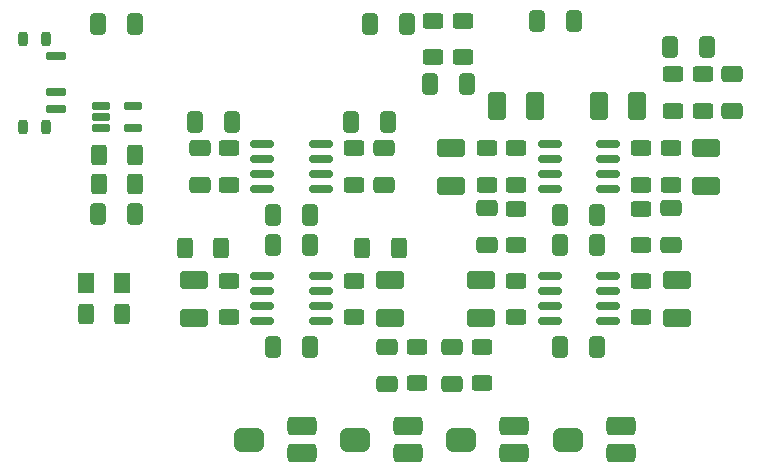
<source format=gtp>
G04 #@! TF.GenerationSoftware,KiCad,Pcbnew,(6.0.2)*
G04 #@! TF.CreationDate,2022-03-22T22:10:50-04:00*
G04 #@! TF.ProjectId,PCB,5043422e-6b69-4636-9164-5f7063625858,rev?*
G04 #@! TF.SameCoordinates,Original*
G04 #@! TF.FileFunction,Paste,Top*
G04 #@! TF.FilePolarity,Positive*
%FSLAX46Y46*%
G04 Gerber Fmt 4.6, Leading zero omitted, Abs format (unit mm)*
G04 Created by KiCad (PCBNEW (6.0.2)) date 2022-03-22 22:10:50*
%MOMM*%
%LPD*%
G01*
G04 APERTURE LIST*
G04 Aperture macros list*
%AMRoundRect*
0 Rectangle with rounded corners*
0 $1 Rounding radius*
0 $2 $3 $4 $5 $6 $7 $8 $9 X,Y pos of 4 corners*
0 Add a 4 corners polygon primitive as box body*
4,1,4,$2,$3,$4,$5,$6,$7,$8,$9,$2,$3,0*
0 Add four circle primitives for the rounded corners*
1,1,$1+$1,$2,$3*
1,1,$1+$1,$4,$5*
1,1,$1+$1,$6,$7*
1,1,$1+$1,$8,$9*
0 Add four rect primitives between the rounded corners*
20,1,$1+$1,$2,$3,$4,$5,0*
20,1,$1+$1,$4,$5,$6,$7,0*
20,1,$1+$1,$6,$7,$8,$9,0*
20,1,$1+$1,$8,$9,$2,$3,0*%
G04 Aperture macros list end*
%ADD10RoundRect,0.200000X-0.200000X0.400000X-0.200000X-0.400000X0.200000X-0.400000X0.200000X0.400000X0*%
%ADD11RoundRect,0.175000X-0.675000X0.175000X-0.675000X-0.175000X0.675000X-0.175000X0.675000X0.175000X0*%
%ADD12RoundRect,0.250001X0.499999X0.924999X-0.499999X0.924999X-0.499999X-0.924999X0.499999X-0.924999X0*%
%ADD13RoundRect,0.250000X0.412500X0.650000X-0.412500X0.650000X-0.412500X-0.650000X0.412500X-0.650000X0*%
%ADD14RoundRect,0.250001X-0.924999X0.499999X-0.924999X-0.499999X0.924999X-0.499999X0.924999X0.499999X0*%
%ADD15RoundRect,0.250000X-0.412500X-0.650000X0.412500X-0.650000X0.412500X0.650000X-0.412500X0.650000X0*%
%ADD16RoundRect,0.250000X-0.625000X0.400000X-0.625000X-0.400000X0.625000X-0.400000X0.625000X0.400000X0*%
%ADD17RoundRect,0.250000X0.650000X-0.412500X0.650000X0.412500X-0.650000X0.412500X-0.650000X-0.412500X0*%
%ADD18RoundRect,0.400000X-0.850000X0.400000X-0.850000X-0.400000X0.850000X-0.400000X0.850000X0.400000X0*%
%ADD19RoundRect,0.500000X0.750000X-0.500000X0.750000X0.500000X-0.750000X0.500000X-0.750000X-0.500000X0*%
%ADD20RoundRect,0.400000X0.850000X-0.400000X0.850000X0.400000X-0.850000X0.400000X-0.850000X-0.400000X0*%
%ADD21RoundRect,0.150000X0.825000X0.150000X-0.825000X0.150000X-0.825000X-0.150000X0.825000X-0.150000X0*%
%ADD22RoundRect,0.250000X-0.650000X0.412500X-0.650000X-0.412500X0.650000X-0.412500X0.650000X0.412500X0*%
%ADD23RoundRect,0.250001X0.924999X-0.499999X0.924999X0.499999X-0.924999X0.499999X-0.924999X-0.499999X0*%
%ADD24RoundRect,0.250000X-0.400000X-0.625000X0.400000X-0.625000X0.400000X0.625000X-0.400000X0.625000X0*%
%ADD25RoundRect,0.250001X-0.499999X-0.924999X0.499999X-0.924999X0.499999X0.924999X-0.499999X0.924999X0*%
%ADD26RoundRect,0.250000X0.625000X-0.400000X0.625000X0.400000X-0.625000X0.400000X-0.625000X-0.400000X0*%
%ADD27RoundRect,0.250000X0.400000X0.625000X-0.400000X0.625000X-0.400000X-0.625000X0.400000X-0.625000X0*%
%ADD28RoundRect,0.250001X-0.462499X-0.624999X0.462499X-0.624999X0.462499X0.624999X-0.462499X0.624999X0*%
%ADD29RoundRect,0.162500X-0.617500X-0.162500X0.617500X-0.162500X0.617500X0.162500X-0.617500X0.162500X0*%
G04 APERTURE END LIST*
D10*
X93065000Y-89450000D03*
X91135000Y-96950000D03*
X91135000Y-89450000D03*
X93065000Y-96950000D03*
D11*
X93950000Y-90950000D03*
X93950000Y-93950000D03*
X93950000Y-95450000D03*
D12*
X143125000Y-95200000D03*
X139875000Y-95200000D03*
D13*
X128762500Y-93300000D03*
X125637500Y-93300000D03*
D14*
X146500000Y-109875000D03*
X146500000Y-113125000D03*
D15*
X118937500Y-96500000D03*
X122062500Y-96500000D03*
D16*
X132900000Y-109950000D03*
X132900000Y-113050000D03*
D17*
X130400000Y-106962500D03*
X130400000Y-103837500D03*
D16*
X146200000Y-92450000D03*
X146200000Y-95550000D03*
D18*
X123750000Y-122240000D03*
D19*
X119250000Y-123400000D03*
D20*
X123750000Y-124560000D03*
D15*
X112337500Y-106900000D03*
X115462500Y-106900000D03*
D16*
X130000000Y-115550000D03*
X130000000Y-118650000D03*
D21*
X116375000Y-102205000D03*
X116375000Y-100935000D03*
X116375000Y-99665000D03*
X116375000Y-98395000D03*
X111425000Y-98395000D03*
X111425000Y-99665000D03*
X111425000Y-100935000D03*
X111425000Y-102205000D03*
D22*
X121700000Y-98737500D03*
X121700000Y-101862500D03*
D16*
X108600000Y-98750000D03*
X108600000Y-101850000D03*
D13*
X100662500Y-104300000D03*
X97537500Y-104300000D03*
D15*
X145937500Y-90200000D03*
X149062500Y-90200000D03*
D21*
X140675000Y-113405000D03*
X140675000Y-112135000D03*
X140675000Y-110865000D03*
X140675000Y-109595000D03*
X135725000Y-109595000D03*
X135725000Y-110865000D03*
X135725000Y-112135000D03*
X135725000Y-113405000D03*
D22*
X127500000Y-115537500D03*
X127500000Y-118662500D03*
D23*
X127400000Y-101925000D03*
X127400000Y-98675000D03*
D16*
X125900000Y-87950000D03*
X125900000Y-91050000D03*
D22*
X122000000Y-115537500D03*
X122000000Y-118662500D03*
D24*
X97550000Y-101800000D03*
X100650000Y-101800000D03*
D17*
X151200000Y-95562500D03*
X151200000Y-92437500D03*
D21*
X140675000Y-102205000D03*
X140675000Y-100935000D03*
X140675000Y-99665000D03*
X140675000Y-98395000D03*
X135725000Y-98395000D03*
X135725000Y-99665000D03*
X135725000Y-100935000D03*
X135725000Y-102205000D03*
D18*
X132750000Y-122240000D03*
D19*
X128250000Y-123400000D03*
D20*
X132750000Y-124560000D03*
D23*
X149000000Y-101925000D03*
X149000000Y-98675000D03*
D14*
X122200000Y-109875000D03*
X122200000Y-113125000D03*
D21*
X116375000Y-113405000D03*
X116375000Y-112135000D03*
X116375000Y-110865000D03*
X116375000Y-109595000D03*
X111425000Y-109595000D03*
X111425000Y-110865000D03*
X111425000Y-112135000D03*
X111425000Y-113405000D03*
D25*
X131275000Y-95200000D03*
X134525000Y-95200000D03*
D22*
X106100000Y-98737500D03*
X106100000Y-101862500D03*
D13*
X123662500Y-88200000D03*
X120537500Y-88200000D03*
D16*
X146000000Y-98750000D03*
X146000000Y-101850000D03*
D26*
X128400000Y-91050000D03*
X128400000Y-87950000D03*
X132890000Y-106950000D03*
X132890000Y-103850000D03*
X119200000Y-113050000D03*
X119200000Y-109950000D03*
D13*
X108862500Y-96500000D03*
X105737500Y-96500000D03*
D26*
X148700000Y-95550000D03*
X148700000Y-92450000D03*
D27*
X122950000Y-107200000D03*
X119850000Y-107200000D03*
D16*
X124500000Y-115550000D03*
X124500000Y-118650000D03*
D23*
X129900000Y-113125000D03*
X129900000Y-109875000D03*
X105600000Y-113125000D03*
X105600000Y-109875000D03*
D24*
X99550000Y-112730000D03*
X96450000Y-112730000D03*
D16*
X108600000Y-109950000D03*
X108600000Y-113050000D03*
D28*
X99487500Y-110130000D03*
X96512500Y-110130000D03*
D18*
X114750000Y-122240000D03*
D19*
X110250000Y-123400000D03*
D20*
X114750000Y-124560000D03*
D26*
X143500000Y-113050000D03*
X143500000Y-109950000D03*
D15*
X136637500Y-106900000D03*
X139762500Y-106900000D03*
X112337500Y-115600000D03*
X115462500Y-115600000D03*
X136637500Y-104400000D03*
X139762500Y-104400000D03*
X97537500Y-88200000D03*
X100662500Y-88200000D03*
D26*
X132900000Y-101850000D03*
X132900000Y-98750000D03*
D16*
X130400000Y-98750000D03*
X130400000Y-101850000D03*
D15*
X134647500Y-88000000D03*
X137772500Y-88000000D03*
D24*
X104850000Y-107200000D03*
X107950000Y-107200000D03*
D26*
X143500000Y-106950000D03*
X143500000Y-103850000D03*
D18*
X141750000Y-122240000D03*
D19*
X137250000Y-123400000D03*
D20*
X141750000Y-124560000D03*
D26*
X143500000Y-101850000D03*
X143500000Y-98750000D03*
D27*
X100650000Y-99300000D03*
X97550000Y-99300000D03*
D15*
X136637500Y-115600000D03*
X139762500Y-115600000D03*
D17*
X146000000Y-106962500D03*
X146000000Y-103837500D03*
D16*
X119200000Y-98750000D03*
X119200000Y-101850000D03*
D15*
X112337500Y-104400000D03*
X115462500Y-104400000D03*
D29*
X97750000Y-95150000D03*
X97750000Y-96100000D03*
X97750000Y-97050000D03*
X100450000Y-97050000D03*
X100450000Y-95150000D03*
M02*

</source>
